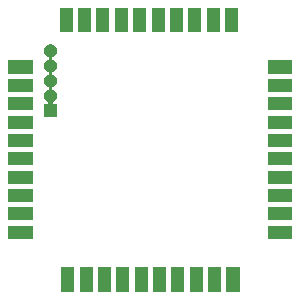
<source format=gbr>
G04 #@! TF.GenerationSoftware,KiCad,Pcbnew,5.1.4-e60b266~84~ubuntu18.04.1*
G04 #@! TF.CreationDate,2019-11-01T23:52:35+08:00*
G04 #@! TF.ProjectId,dap-stm32f103,6461702d-7374-46d3-9332-663130332e6b,rev?*
G04 #@! TF.SameCoordinates,Original*
G04 #@! TF.FileFunction,Soldermask,Bot*
G04 #@! TF.FilePolarity,Negative*
%FSLAX46Y46*%
G04 Gerber Fmt 4.6, Leading zero omitted, Abs format (unit mm)*
G04 Created by KiCad (PCBNEW 5.1.4-e60b266~84~ubuntu18.04.1) date 2019-11-01 23:52:35*
%MOMM*%
%LPD*%
G04 APERTURE LIST*
%ADD10C,0.100000*%
G04 APERTURE END LIST*
D10*
G36*
X132515000Y-96919000D02*
G01*
X131413000Y-96919000D01*
X131413000Y-94817000D01*
X132515000Y-94817000D01*
X132515000Y-96919000D01*
X132515000Y-96919000D01*
G37*
G36*
X130959440Y-96919000D02*
G01*
X129857440Y-96919000D01*
X129857440Y-94817000D01*
X130959440Y-94817000D01*
X130959440Y-96919000D01*
X130959440Y-96919000D01*
G37*
G36*
X127848330Y-96919000D02*
G01*
X126746330Y-96919000D01*
X126746330Y-94817000D01*
X127848330Y-94817000D01*
X127848330Y-96919000D01*
X127848330Y-96919000D01*
G37*
G36*
X118515000Y-96919000D02*
G01*
X117413000Y-96919000D01*
X117413000Y-94817000D01*
X118515000Y-94817000D01*
X118515000Y-96919000D01*
X118515000Y-96919000D01*
G37*
G36*
X129403885Y-96919000D02*
G01*
X128301885Y-96919000D01*
X128301885Y-94817000D01*
X129403885Y-94817000D01*
X129403885Y-96919000D01*
X129403885Y-96919000D01*
G37*
G36*
X121626110Y-96919000D02*
G01*
X120524110Y-96919000D01*
X120524110Y-94817000D01*
X121626110Y-94817000D01*
X121626110Y-96919000D01*
X121626110Y-96919000D01*
G37*
G36*
X120070555Y-96919000D02*
G01*
X118968555Y-96919000D01*
X118968555Y-94817000D01*
X120070555Y-94817000D01*
X120070555Y-96919000D01*
X120070555Y-96919000D01*
G37*
G36*
X123181665Y-96919000D02*
G01*
X122079665Y-96919000D01*
X122079665Y-94817000D01*
X123181665Y-94817000D01*
X123181665Y-96919000D01*
X123181665Y-96919000D01*
G37*
G36*
X124737220Y-96919000D02*
G01*
X123635220Y-96919000D01*
X123635220Y-94817000D01*
X124737220Y-94817000D01*
X124737220Y-96919000D01*
X124737220Y-96919000D01*
G37*
G36*
X126292775Y-96919000D02*
G01*
X125190775Y-96919000D01*
X125190775Y-94817000D01*
X126292775Y-94817000D01*
X126292775Y-96919000D01*
X126292775Y-96919000D01*
G37*
G36*
X136995000Y-92399000D02*
G01*
X134893000Y-92399000D01*
X134893000Y-91297000D01*
X136995000Y-91297000D01*
X136995000Y-92399000D01*
X136995000Y-92399000D01*
G37*
G36*
X114995000Y-92399000D02*
G01*
X112893000Y-92399000D01*
X112893000Y-91297000D01*
X114995000Y-91297000D01*
X114995000Y-92399000D01*
X114995000Y-92399000D01*
G37*
G36*
X114995000Y-90843440D02*
G01*
X112893000Y-90843440D01*
X112893000Y-89741440D01*
X114995000Y-89741440D01*
X114995000Y-90843440D01*
X114995000Y-90843440D01*
G37*
G36*
X136995000Y-90843440D02*
G01*
X134893000Y-90843440D01*
X134893000Y-89741440D01*
X136995000Y-89741440D01*
X136995000Y-90843440D01*
X136995000Y-90843440D01*
G37*
G36*
X114995000Y-89287885D02*
G01*
X112893000Y-89287885D01*
X112893000Y-88185885D01*
X114995000Y-88185885D01*
X114995000Y-89287885D01*
X114995000Y-89287885D01*
G37*
G36*
X136995000Y-89287885D02*
G01*
X134893000Y-89287885D01*
X134893000Y-88185885D01*
X136995000Y-88185885D01*
X136995000Y-89287885D01*
X136995000Y-89287885D01*
G37*
G36*
X136995000Y-87732330D02*
G01*
X134893000Y-87732330D01*
X134893000Y-86630330D01*
X136995000Y-86630330D01*
X136995000Y-87732330D01*
X136995000Y-87732330D01*
G37*
G36*
X114995000Y-87732330D02*
G01*
X112893000Y-87732330D01*
X112893000Y-86630330D01*
X114995000Y-86630330D01*
X114995000Y-87732330D01*
X114995000Y-87732330D01*
G37*
G36*
X136995000Y-86176775D02*
G01*
X134893000Y-86176775D01*
X134893000Y-85074775D01*
X136995000Y-85074775D01*
X136995000Y-86176775D01*
X136995000Y-86176775D01*
G37*
G36*
X114995000Y-86176775D02*
G01*
X112893000Y-86176775D01*
X112893000Y-85074775D01*
X114995000Y-85074775D01*
X114995000Y-86176775D01*
X114995000Y-86176775D01*
G37*
G36*
X114995000Y-84621220D02*
G01*
X112893000Y-84621220D01*
X112893000Y-83519220D01*
X114995000Y-83519220D01*
X114995000Y-84621220D01*
X114995000Y-84621220D01*
G37*
G36*
X136995000Y-84621220D02*
G01*
X134893000Y-84621220D01*
X134893000Y-83519220D01*
X136995000Y-83519220D01*
X136995000Y-84621220D01*
X136995000Y-84621220D01*
G37*
G36*
X136995000Y-83065665D02*
G01*
X134893000Y-83065665D01*
X134893000Y-81963665D01*
X136995000Y-81963665D01*
X136995000Y-83065665D01*
X136995000Y-83065665D01*
G37*
G36*
X114995000Y-83065665D02*
G01*
X112893000Y-83065665D01*
X112893000Y-81963665D01*
X114995000Y-81963665D01*
X114995000Y-83065665D01*
X114995000Y-83065665D01*
G37*
G36*
X116622015Y-75934973D02*
G01*
X116725879Y-75966479D01*
X116753055Y-75981005D01*
X116821600Y-76017643D01*
X116905501Y-76086499D01*
X116974357Y-76170400D01*
X117010995Y-76238945D01*
X117025521Y-76266121D01*
X117057027Y-76369985D01*
X117067666Y-76478000D01*
X117057027Y-76586015D01*
X117025521Y-76689879D01*
X117025519Y-76689882D01*
X116974357Y-76785600D01*
X116905501Y-76869501D01*
X116821600Y-76938357D01*
X116753055Y-76974995D01*
X116725879Y-76989521D01*
X116713131Y-76993388D01*
X116690504Y-77002760D01*
X116670130Y-77016374D01*
X116652803Y-77033701D01*
X116639189Y-77054075D01*
X116629812Y-77076714D01*
X116625031Y-77100747D01*
X116625031Y-77125251D01*
X116629811Y-77149285D01*
X116639188Y-77171924D01*
X116652802Y-77192298D01*
X116670129Y-77209625D01*
X116690503Y-77223239D01*
X116713131Y-77232612D01*
X116725879Y-77236479D01*
X116753055Y-77251005D01*
X116821600Y-77287643D01*
X116905501Y-77356499D01*
X116974357Y-77440400D01*
X117010995Y-77508945D01*
X117025521Y-77536121D01*
X117057027Y-77639985D01*
X117067666Y-77748000D01*
X117057027Y-77856015D01*
X117025521Y-77959879D01*
X117025519Y-77959882D01*
X116974357Y-78055600D01*
X116905501Y-78139501D01*
X116821600Y-78208357D01*
X116753055Y-78244995D01*
X116725879Y-78259521D01*
X116713131Y-78263388D01*
X116690504Y-78272760D01*
X116670130Y-78286374D01*
X116652803Y-78303701D01*
X116639189Y-78324075D01*
X116629812Y-78346714D01*
X116625031Y-78370747D01*
X116625031Y-78395251D01*
X116629811Y-78419285D01*
X116639188Y-78441924D01*
X116652802Y-78462298D01*
X116670129Y-78479625D01*
X116690503Y-78493239D01*
X116713131Y-78502612D01*
X116725879Y-78506479D01*
X116753055Y-78521005D01*
X116821600Y-78557643D01*
X116905501Y-78626499D01*
X116974357Y-78710400D01*
X117010995Y-78778945D01*
X117025521Y-78806121D01*
X117057027Y-78909985D01*
X117067666Y-79018000D01*
X117057027Y-79126015D01*
X117025521Y-79229879D01*
X117025519Y-79229882D01*
X116974357Y-79325600D01*
X116905501Y-79409501D01*
X116821600Y-79478357D01*
X116753055Y-79514995D01*
X116725879Y-79529521D01*
X116713131Y-79533388D01*
X116690504Y-79542760D01*
X116670130Y-79556374D01*
X116652803Y-79573701D01*
X116639189Y-79594075D01*
X116629812Y-79616714D01*
X116625031Y-79640747D01*
X116625031Y-79665251D01*
X116629811Y-79689285D01*
X116639188Y-79711924D01*
X116652802Y-79732298D01*
X116670129Y-79749625D01*
X116690503Y-79763239D01*
X116713131Y-79772612D01*
X116725879Y-79776479D01*
X116753055Y-79791005D01*
X116821600Y-79827643D01*
X116905501Y-79896499D01*
X116974357Y-79980400D01*
X117010995Y-80048945D01*
X117025521Y-80076121D01*
X117057027Y-80179985D01*
X117067666Y-80288000D01*
X117057027Y-80396015D01*
X117025521Y-80499879D01*
X117025519Y-80499882D01*
X116974357Y-80595600D01*
X116905501Y-80679501D01*
X116821600Y-80748356D01*
X116777807Y-80771764D01*
X116757437Y-80785375D01*
X116740110Y-80802702D01*
X116726496Y-80823076D01*
X116717119Y-80845715D01*
X116712338Y-80869748D01*
X116712338Y-80894252D01*
X116717118Y-80918286D01*
X116726495Y-80940924D01*
X116740109Y-80961299D01*
X116757436Y-80978626D01*
X116777810Y-80992240D01*
X116800449Y-81001617D01*
X116824482Y-81006398D01*
X116836735Y-81007000D01*
X117065000Y-81007000D01*
X117065000Y-82109000D01*
X115963000Y-82109000D01*
X115963000Y-81007000D01*
X116191265Y-81007000D01*
X116215651Y-81004598D01*
X116239100Y-80997485D01*
X116260711Y-80985934D01*
X116279653Y-80970389D01*
X116295198Y-80951447D01*
X116306749Y-80929836D01*
X116313862Y-80906387D01*
X116316264Y-80882001D01*
X116313862Y-80857615D01*
X116306749Y-80834166D01*
X116295198Y-80812555D01*
X116279653Y-80793613D01*
X116260711Y-80778068D01*
X116250198Y-80771767D01*
X116206400Y-80748356D01*
X116122499Y-80679501D01*
X116053643Y-80595600D01*
X116002481Y-80499882D01*
X116002479Y-80499879D01*
X115970973Y-80396015D01*
X115960334Y-80288000D01*
X115970973Y-80179985D01*
X116002479Y-80076121D01*
X116017005Y-80048945D01*
X116053643Y-79980400D01*
X116122499Y-79896499D01*
X116206400Y-79827643D01*
X116274945Y-79791005D01*
X116302121Y-79776479D01*
X116314869Y-79772612D01*
X116337496Y-79763240D01*
X116357870Y-79749626D01*
X116375197Y-79732299D01*
X116388811Y-79711925D01*
X116398188Y-79689286D01*
X116402969Y-79665253D01*
X116402969Y-79640749D01*
X116398189Y-79616715D01*
X116388812Y-79594076D01*
X116375198Y-79573702D01*
X116357871Y-79556375D01*
X116337497Y-79542761D01*
X116314869Y-79533388D01*
X116302121Y-79529521D01*
X116274945Y-79514995D01*
X116206400Y-79478357D01*
X116122499Y-79409501D01*
X116053643Y-79325600D01*
X116002481Y-79229882D01*
X116002479Y-79229879D01*
X115970973Y-79126015D01*
X115960334Y-79018000D01*
X115970973Y-78909985D01*
X116002479Y-78806121D01*
X116017005Y-78778945D01*
X116053643Y-78710400D01*
X116122499Y-78626499D01*
X116206400Y-78557643D01*
X116274945Y-78521005D01*
X116302121Y-78506479D01*
X116314869Y-78502612D01*
X116337496Y-78493240D01*
X116357870Y-78479626D01*
X116375197Y-78462299D01*
X116388811Y-78441925D01*
X116398188Y-78419286D01*
X116402969Y-78395253D01*
X116402969Y-78370749D01*
X116398189Y-78346715D01*
X116388812Y-78324076D01*
X116375198Y-78303702D01*
X116357871Y-78286375D01*
X116337497Y-78272761D01*
X116314869Y-78263388D01*
X116302121Y-78259521D01*
X116274945Y-78244995D01*
X116206400Y-78208357D01*
X116122499Y-78139501D01*
X116053643Y-78055600D01*
X116002481Y-77959882D01*
X116002479Y-77959879D01*
X115970973Y-77856015D01*
X115960334Y-77748000D01*
X115970973Y-77639985D01*
X116002479Y-77536121D01*
X116017005Y-77508945D01*
X116053643Y-77440400D01*
X116122499Y-77356499D01*
X116206400Y-77287643D01*
X116274945Y-77251005D01*
X116302121Y-77236479D01*
X116314869Y-77232612D01*
X116337496Y-77223240D01*
X116357870Y-77209626D01*
X116375197Y-77192299D01*
X116388811Y-77171925D01*
X116398188Y-77149286D01*
X116402969Y-77125253D01*
X116402969Y-77100749D01*
X116398189Y-77076715D01*
X116388812Y-77054076D01*
X116375198Y-77033702D01*
X116357871Y-77016375D01*
X116337497Y-77002761D01*
X116314869Y-76993388D01*
X116302121Y-76989521D01*
X116274945Y-76974995D01*
X116206400Y-76938357D01*
X116122499Y-76869501D01*
X116053643Y-76785600D01*
X116002481Y-76689882D01*
X116002479Y-76689879D01*
X115970973Y-76586015D01*
X115960334Y-76478000D01*
X115970973Y-76369985D01*
X116002479Y-76266121D01*
X116017005Y-76238945D01*
X116053643Y-76170400D01*
X116122499Y-76086499D01*
X116206400Y-76017643D01*
X116274945Y-75981005D01*
X116302121Y-75966479D01*
X116405985Y-75934973D01*
X116486933Y-75927000D01*
X116541067Y-75927000D01*
X116622015Y-75934973D01*
X116622015Y-75934973D01*
G37*
G36*
X114995000Y-81510110D02*
G01*
X112893000Y-81510110D01*
X112893000Y-80408110D01*
X114995000Y-80408110D01*
X114995000Y-81510110D01*
X114995000Y-81510110D01*
G37*
G36*
X136995000Y-81510110D02*
G01*
X134893000Y-81510110D01*
X134893000Y-80408110D01*
X136995000Y-80408110D01*
X136995000Y-81510110D01*
X136995000Y-81510110D01*
G37*
G36*
X114995000Y-79954555D02*
G01*
X112893000Y-79954555D01*
X112893000Y-78852555D01*
X114995000Y-78852555D01*
X114995000Y-79954555D01*
X114995000Y-79954555D01*
G37*
G36*
X136995000Y-79954555D02*
G01*
X134893000Y-79954555D01*
X134893000Y-78852555D01*
X136995000Y-78852555D01*
X136995000Y-79954555D01*
X136995000Y-79954555D01*
G37*
G36*
X136995000Y-78399000D02*
G01*
X134893000Y-78399000D01*
X134893000Y-77297000D01*
X136995000Y-77297000D01*
X136995000Y-78399000D01*
X136995000Y-78399000D01*
G37*
G36*
X114995000Y-78399000D02*
G01*
X112893000Y-78399000D01*
X112893000Y-77297000D01*
X114995000Y-77297000D01*
X114995000Y-78399000D01*
X114995000Y-78399000D01*
G37*
G36*
X124617225Y-74919000D02*
G01*
X123515225Y-74919000D01*
X123515225Y-72817000D01*
X124617225Y-72817000D01*
X124617225Y-74919000D01*
X124617225Y-74919000D01*
G37*
G36*
X118395000Y-74919000D02*
G01*
X117293000Y-74919000D01*
X117293000Y-72817000D01*
X118395000Y-72817000D01*
X118395000Y-74919000D01*
X118395000Y-74919000D01*
G37*
G36*
X130839445Y-74919000D02*
G01*
X129737445Y-74919000D01*
X129737445Y-72817000D01*
X130839445Y-72817000D01*
X130839445Y-74919000D01*
X130839445Y-74919000D01*
G37*
G36*
X129283890Y-74919000D02*
G01*
X128181890Y-74919000D01*
X128181890Y-72817000D01*
X129283890Y-72817000D01*
X129283890Y-74919000D01*
X129283890Y-74919000D01*
G37*
G36*
X121506115Y-74919000D02*
G01*
X120404115Y-74919000D01*
X120404115Y-72817000D01*
X121506115Y-72817000D01*
X121506115Y-74919000D01*
X121506115Y-74919000D01*
G37*
G36*
X132395000Y-74919000D02*
G01*
X131293000Y-74919000D01*
X131293000Y-72817000D01*
X132395000Y-72817000D01*
X132395000Y-74919000D01*
X132395000Y-74919000D01*
G37*
G36*
X123061670Y-74919000D02*
G01*
X121959670Y-74919000D01*
X121959670Y-72817000D01*
X123061670Y-72817000D01*
X123061670Y-74919000D01*
X123061670Y-74919000D01*
G37*
G36*
X127728335Y-74919000D02*
G01*
X126626335Y-74919000D01*
X126626335Y-72817000D01*
X127728335Y-72817000D01*
X127728335Y-74919000D01*
X127728335Y-74919000D01*
G37*
G36*
X126172780Y-74919000D02*
G01*
X125070780Y-74919000D01*
X125070780Y-72817000D01*
X126172780Y-72817000D01*
X126172780Y-74919000D01*
X126172780Y-74919000D01*
G37*
G36*
X119950560Y-74919000D02*
G01*
X118848560Y-74919000D01*
X118848560Y-72817000D01*
X119950560Y-72817000D01*
X119950560Y-74919000D01*
X119950560Y-74919000D01*
G37*
M02*

</source>
